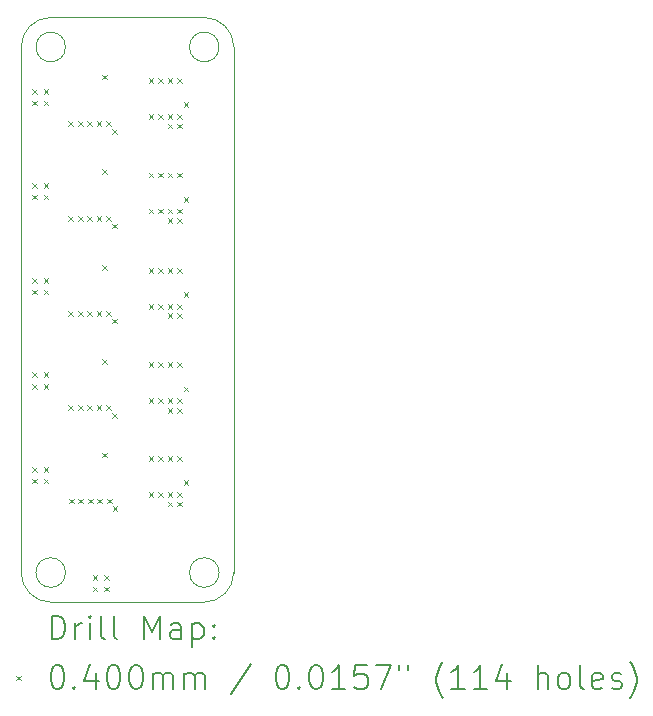
<source format=gbr>
%TF.GenerationSoftware,KiCad,Pcbnew,8.99.0-unknown-3024a7c569~178~ubuntu22.04.1*%
%TF.CreationDate,2024-05-15T11:10:48+10:00*%
%TF.ProjectId,PSU-Plus,5053552d-506c-4757-932e-6b696361645f,rev?*%
%TF.SameCoordinates,Original*%
%TF.FileFunction,Drillmap*%
%TF.FilePolarity,Positive*%
%FSLAX45Y45*%
G04 Gerber Fmt 4.5, Leading zero omitted, Abs format (unit mm)*
G04 Created by KiCad (PCBNEW 8.99.0-unknown-3024a7c569~178~ubuntu22.04.1) date 2024-05-15 11:10:48*
%MOMM*%
%LPD*%
G01*
G04 APERTURE LIST*
%ADD10C,0.050000*%
%ADD11C,0.200000*%
%ADD12C,0.100000*%
G04 APERTURE END LIST*
D10*
X16745000Y-14995000D02*
X18045000Y-14995000D01*
X18295000Y-14745000D02*
X18295000Y-10295000D01*
X18045000Y-10045000D02*
X16745000Y-10045000D01*
X16495000Y-10295000D02*
X16495000Y-14745000D01*
X16870000Y-14745000D02*
G75*
G02*
X16620000Y-14745000I-125000J0D01*
G01*
X16620000Y-14745000D02*
G75*
G02*
X16870000Y-14745000I125000J0D01*
G01*
X16745000Y-14995000D02*
G75*
G02*
X16495000Y-14745000I0J250000D01*
G01*
X18170000Y-10295000D02*
G75*
G02*
X17920000Y-10295000I-125000J0D01*
G01*
X17920000Y-10295000D02*
G75*
G02*
X18170000Y-10295000I125000J0D01*
G01*
X18170000Y-14745000D02*
G75*
G02*
X17920000Y-14745000I-125000J0D01*
G01*
X17920000Y-14745000D02*
G75*
G02*
X18170000Y-14745000I125000J0D01*
G01*
X16870000Y-10295000D02*
G75*
G02*
X16620000Y-10295000I-125000J0D01*
G01*
X16620000Y-10295000D02*
G75*
G02*
X16870000Y-10295000I125000J0D01*
G01*
X18295000Y-14745000D02*
G75*
G02*
X18045000Y-14995000I-250000J0D01*
G01*
X16494950Y-10295000D02*
G75*
G02*
X16745000Y-10044950I250050J0D01*
G01*
X18045000Y-10045000D02*
G75*
G02*
X18295000Y-10295000I0J-250000D01*
G01*
D11*
D12*
X16585000Y-10650000D02*
X16625000Y-10690000D01*
X16625000Y-10650000D02*
X16585000Y-10690000D01*
X16585000Y-10750000D02*
X16625000Y-10790000D01*
X16625000Y-10750000D02*
X16585000Y-10790000D01*
X16585000Y-11445000D02*
X16625000Y-11485000D01*
X16625000Y-11445000D02*
X16585000Y-11485000D01*
X16585000Y-11545000D02*
X16625000Y-11585000D01*
X16625000Y-11545000D02*
X16585000Y-11585000D01*
X16585000Y-12250000D02*
X16625000Y-12290000D01*
X16625000Y-12250000D02*
X16585000Y-12290000D01*
X16585000Y-12350000D02*
X16625000Y-12390000D01*
X16625000Y-12350000D02*
X16585000Y-12390000D01*
X16585000Y-13050000D02*
X16625000Y-13090000D01*
X16625000Y-13050000D02*
X16585000Y-13090000D01*
X16585000Y-13150000D02*
X16625000Y-13190000D01*
X16625000Y-13150000D02*
X16585000Y-13190000D01*
X16585000Y-13850000D02*
X16625000Y-13890000D01*
X16625000Y-13850000D02*
X16585000Y-13890000D01*
X16585000Y-13950000D02*
X16625000Y-13990000D01*
X16625000Y-13950000D02*
X16585000Y-13990000D01*
X16685000Y-10650000D02*
X16725000Y-10690000D01*
X16725000Y-10650000D02*
X16685000Y-10690000D01*
X16685000Y-10750000D02*
X16725000Y-10790000D01*
X16725000Y-10750000D02*
X16685000Y-10790000D01*
X16685000Y-11445000D02*
X16725000Y-11485000D01*
X16725000Y-11445000D02*
X16685000Y-11485000D01*
X16685000Y-11545000D02*
X16725000Y-11585000D01*
X16725000Y-11545000D02*
X16685000Y-11585000D01*
X16685000Y-12250000D02*
X16725000Y-12290000D01*
X16725000Y-12250000D02*
X16685000Y-12290000D01*
X16685000Y-12350000D02*
X16725000Y-12390000D01*
X16725000Y-12350000D02*
X16685000Y-12390000D01*
X16685000Y-13050000D02*
X16725000Y-13090000D01*
X16725000Y-13050000D02*
X16685000Y-13090000D01*
X16685000Y-13150000D02*
X16725000Y-13190000D01*
X16725000Y-13150000D02*
X16685000Y-13190000D01*
X16685000Y-13850000D02*
X16725000Y-13890000D01*
X16725000Y-13850000D02*
X16685000Y-13890000D01*
X16685000Y-13950000D02*
X16725000Y-13990000D01*
X16725000Y-13950000D02*
X16685000Y-13990000D01*
X16895000Y-10925000D02*
X16935000Y-10965000D01*
X16935000Y-10925000D02*
X16895000Y-10965000D01*
X16895000Y-11725000D02*
X16935000Y-11765000D01*
X16935000Y-11725000D02*
X16895000Y-11765000D01*
X16895000Y-12530000D02*
X16935000Y-12570000D01*
X16935000Y-12530000D02*
X16895000Y-12570000D01*
X16895000Y-13330000D02*
X16935000Y-13370000D01*
X16935000Y-13330000D02*
X16895000Y-13370000D01*
X16900000Y-14120000D02*
X16940000Y-14160000D01*
X16940000Y-14120000D02*
X16900000Y-14160000D01*
X16975000Y-10925000D02*
X17015000Y-10965000D01*
X17015000Y-10925000D02*
X16975000Y-10965000D01*
X16975000Y-11725000D02*
X17015000Y-11765000D01*
X17015000Y-11725000D02*
X16975000Y-11765000D01*
X16975000Y-12530000D02*
X17015000Y-12570000D01*
X17015000Y-12530000D02*
X16975000Y-12570000D01*
X16975000Y-13330000D02*
X17015000Y-13370000D01*
X17015000Y-13330000D02*
X16975000Y-13370000D01*
X16980000Y-14120000D02*
X17020000Y-14160000D01*
X17020000Y-14120000D02*
X16980000Y-14160000D01*
X17055000Y-10925000D02*
X17095000Y-10965000D01*
X17095000Y-10925000D02*
X17055000Y-10965000D01*
X17055000Y-11725000D02*
X17095000Y-11765000D01*
X17095000Y-11725000D02*
X17055000Y-11765000D01*
X17055000Y-12530000D02*
X17095000Y-12570000D01*
X17095000Y-12530000D02*
X17055000Y-12570000D01*
X17055000Y-13330000D02*
X17095000Y-13370000D01*
X17095000Y-13330000D02*
X17055000Y-13370000D01*
X17060000Y-14120000D02*
X17100000Y-14160000D01*
X17100000Y-14120000D02*
X17060000Y-14160000D01*
X17100000Y-14765000D02*
X17140000Y-14805000D01*
X17140000Y-14765000D02*
X17100000Y-14805000D01*
X17100000Y-14865000D02*
X17140000Y-14905000D01*
X17140000Y-14865000D02*
X17100000Y-14905000D01*
X17135000Y-10925000D02*
X17175000Y-10965000D01*
X17175000Y-10925000D02*
X17135000Y-10965000D01*
X17135000Y-11725000D02*
X17175000Y-11765000D01*
X17175000Y-11725000D02*
X17135000Y-11765000D01*
X17135000Y-12530000D02*
X17175000Y-12570000D01*
X17175000Y-12530000D02*
X17135000Y-12570000D01*
X17135000Y-13330000D02*
X17175000Y-13370000D01*
X17175000Y-13330000D02*
X17135000Y-13370000D01*
X17140000Y-14120000D02*
X17180000Y-14160000D01*
X17180000Y-14120000D02*
X17140000Y-14160000D01*
X17180000Y-10530000D02*
X17220000Y-10570000D01*
X17220000Y-10530000D02*
X17180000Y-10570000D01*
X17180000Y-11330000D02*
X17220000Y-11370000D01*
X17220000Y-11330000D02*
X17180000Y-11370000D01*
X17180000Y-12140000D02*
X17220000Y-12180000D01*
X17220000Y-12140000D02*
X17180000Y-12180000D01*
X17180000Y-12940000D02*
X17220000Y-12980000D01*
X17220000Y-12940000D02*
X17180000Y-12980000D01*
X17180000Y-13730000D02*
X17220000Y-13770000D01*
X17220000Y-13730000D02*
X17180000Y-13770000D01*
X17200000Y-14765000D02*
X17240000Y-14805000D01*
X17240000Y-14765000D02*
X17200000Y-14805000D01*
X17200000Y-14865000D02*
X17240000Y-14905000D01*
X17240000Y-14865000D02*
X17200000Y-14905000D01*
X17215000Y-10925000D02*
X17255000Y-10965000D01*
X17255000Y-10925000D02*
X17215000Y-10965000D01*
X17215000Y-11725000D02*
X17255000Y-11765000D01*
X17255000Y-11725000D02*
X17215000Y-11765000D01*
X17215000Y-12530000D02*
X17255000Y-12570000D01*
X17255000Y-12530000D02*
X17215000Y-12570000D01*
X17215000Y-13330000D02*
X17255000Y-13370000D01*
X17255000Y-13330000D02*
X17215000Y-13370000D01*
X17220000Y-14120000D02*
X17260000Y-14160000D01*
X17260000Y-14120000D02*
X17220000Y-14160000D01*
X17265000Y-10990000D02*
X17305000Y-11030000D01*
X17305000Y-10990000D02*
X17265000Y-11030000D01*
X17265000Y-11790000D02*
X17305000Y-11830000D01*
X17305000Y-11790000D02*
X17265000Y-11830000D01*
X17265000Y-12595000D02*
X17305000Y-12635000D01*
X17305000Y-12595000D02*
X17265000Y-12635000D01*
X17265000Y-13395000D02*
X17305000Y-13435000D01*
X17305000Y-13395000D02*
X17265000Y-13435000D01*
X17270000Y-14185000D02*
X17310000Y-14225000D01*
X17310000Y-14185000D02*
X17270000Y-14225000D01*
X17575000Y-10560000D02*
X17615000Y-10600000D01*
X17615000Y-10560000D02*
X17575000Y-10600000D01*
X17575000Y-10865000D02*
X17615000Y-10905000D01*
X17615000Y-10865000D02*
X17575000Y-10905000D01*
X17575000Y-11360000D02*
X17615000Y-11400000D01*
X17615000Y-11360000D02*
X17575000Y-11400000D01*
X17575000Y-11665000D02*
X17615000Y-11705000D01*
X17615000Y-11665000D02*
X17575000Y-11705000D01*
X17575000Y-12165000D02*
X17615000Y-12205000D01*
X17615000Y-12165000D02*
X17575000Y-12205000D01*
X17575000Y-12470000D02*
X17615000Y-12510000D01*
X17615000Y-12470000D02*
X17575000Y-12510000D01*
X17575000Y-12965000D02*
X17615000Y-13005000D01*
X17615000Y-12965000D02*
X17575000Y-13005000D01*
X17575000Y-13270000D02*
X17615000Y-13310000D01*
X17615000Y-13270000D02*
X17575000Y-13310000D01*
X17575000Y-13760000D02*
X17615000Y-13800000D01*
X17615000Y-13760000D02*
X17575000Y-13800000D01*
X17575000Y-14065000D02*
X17615000Y-14105000D01*
X17615000Y-14065000D02*
X17575000Y-14105000D01*
X17655000Y-10560000D02*
X17695000Y-10600000D01*
X17695000Y-10560000D02*
X17655000Y-10600000D01*
X17655000Y-10865000D02*
X17695000Y-10905000D01*
X17695000Y-10865000D02*
X17655000Y-10905000D01*
X17655000Y-11360000D02*
X17695000Y-11400000D01*
X17695000Y-11360000D02*
X17655000Y-11400000D01*
X17655000Y-11665000D02*
X17695000Y-11705000D01*
X17695000Y-11665000D02*
X17655000Y-11705000D01*
X17655000Y-12165000D02*
X17695000Y-12205000D01*
X17695000Y-12165000D02*
X17655000Y-12205000D01*
X17655000Y-12470000D02*
X17695000Y-12510000D01*
X17695000Y-12470000D02*
X17655000Y-12510000D01*
X17655000Y-12965000D02*
X17695000Y-13005000D01*
X17695000Y-12965000D02*
X17655000Y-13005000D01*
X17655000Y-13270000D02*
X17695000Y-13310000D01*
X17695000Y-13270000D02*
X17655000Y-13310000D01*
X17655000Y-13760000D02*
X17695000Y-13800000D01*
X17695000Y-13760000D02*
X17655000Y-13800000D01*
X17655000Y-14065000D02*
X17695000Y-14105000D01*
X17695000Y-14065000D02*
X17655000Y-14105000D01*
X17735000Y-10560000D02*
X17775000Y-10600000D01*
X17775000Y-10560000D02*
X17735000Y-10600000D01*
X17735000Y-10865000D02*
X17775000Y-10905000D01*
X17775000Y-10865000D02*
X17735000Y-10905000D01*
X17735000Y-10945000D02*
X17775000Y-10985000D01*
X17775000Y-10945000D02*
X17735000Y-10985000D01*
X17735000Y-11360000D02*
X17775000Y-11400000D01*
X17775000Y-11360000D02*
X17735000Y-11400000D01*
X17735000Y-11665000D02*
X17775000Y-11705000D01*
X17775000Y-11665000D02*
X17735000Y-11705000D01*
X17735000Y-11745000D02*
X17775000Y-11785000D01*
X17775000Y-11745000D02*
X17735000Y-11785000D01*
X17735000Y-12165000D02*
X17775000Y-12205000D01*
X17775000Y-12165000D02*
X17735000Y-12205000D01*
X17735000Y-12470000D02*
X17775000Y-12510000D01*
X17775000Y-12470000D02*
X17735000Y-12510000D01*
X17735000Y-12550000D02*
X17775000Y-12590000D01*
X17775000Y-12550000D02*
X17735000Y-12590000D01*
X17735000Y-12965000D02*
X17775000Y-13005000D01*
X17775000Y-12965000D02*
X17735000Y-13005000D01*
X17735000Y-13270000D02*
X17775000Y-13310000D01*
X17775000Y-13270000D02*
X17735000Y-13310000D01*
X17735000Y-13350000D02*
X17775000Y-13390000D01*
X17775000Y-13350000D02*
X17735000Y-13390000D01*
X17735000Y-13760000D02*
X17775000Y-13800000D01*
X17775000Y-13760000D02*
X17735000Y-13800000D01*
X17735000Y-14065000D02*
X17775000Y-14105000D01*
X17775000Y-14065000D02*
X17735000Y-14105000D01*
X17735000Y-14145000D02*
X17775000Y-14185000D01*
X17775000Y-14145000D02*
X17735000Y-14185000D01*
X17815000Y-10560000D02*
X17855000Y-10600000D01*
X17855000Y-10560000D02*
X17815000Y-10600000D01*
X17815000Y-10865000D02*
X17855000Y-10905000D01*
X17855000Y-10865000D02*
X17815000Y-10905000D01*
X17815000Y-10945000D02*
X17855000Y-10985000D01*
X17855000Y-10945000D02*
X17815000Y-10985000D01*
X17815000Y-11360000D02*
X17855000Y-11400000D01*
X17855000Y-11360000D02*
X17815000Y-11400000D01*
X17815000Y-11665000D02*
X17855000Y-11705000D01*
X17855000Y-11665000D02*
X17815000Y-11705000D01*
X17815000Y-11745000D02*
X17855000Y-11785000D01*
X17855000Y-11745000D02*
X17815000Y-11785000D01*
X17815000Y-12165000D02*
X17855000Y-12205000D01*
X17855000Y-12165000D02*
X17815000Y-12205000D01*
X17815000Y-12470000D02*
X17855000Y-12510000D01*
X17855000Y-12470000D02*
X17815000Y-12510000D01*
X17815000Y-12550000D02*
X17855000Y-12590000D01*
X17855000Y-12550000D02*
X17815000Y-12590000D01*
X17815000Y-12965000D02*
X17855000Y-13005000D01*
X17855000Y-12965000D02*
X17815000Y-13005000D01*
X17815000Y-13270000D02*
X17855000Y-13310000D01*
X17855000Y-13270000D02*
X17815000Y-13310000D01*
X17815000Y-13350000D02*
X17855000Y-13390000D01*
X17855000Y-13350000D02*
X17815000Y-13390000D01*
X17815000Y-13760000D02*
X17855000Y-13800000D01*
X17855000Y-13760000D02*
X17815000Y-13800000D01*
X17815000Y-14065000D02*
X17855000Y-14105000D01*
X17855000Y-14065000D02*
X17815000Y-14105000D01*
X17815000Y-14145000D02*
X17855000Y-14185000D01*
X17855000Y-14145000D02*
X17815000Y-14185000D01*
X17870000Y-10765000D02*
X17910000Y-10805000D01*
X17910000Y-10765000D02*
X17870000Y-10805000D01*
X17870000Y-11565000D02*
X17910000Y-11605000D01*
X17910000Y-11565000D02*
X17870000Y-11605000D01*
X17870000Y-12370000D02*
X17910000Y-12410000D01*
X17910000Y-12370000D02*
X17870000Y-12410000D01*
X17870000Y-13170000D02*
X17910000Y-13210000D01*
X17910000Y-13170000D02*
X17870000Y-13210000D01*
X17870000Y-13965000D02*
X17910000Y-14005000D01*
X17910000Y-13965000D02*
X17870000Y-14005000D01*
D11*
X16753227Y-15308984D02*
X16753227Y-15108984D01*
X16753227Y-15108984D02*
X16800846Y-15108984D01*
X16800846Y-15108984D02*
X16829417Y-15118508D01*
X16829417Y-15118508D02*
X16848465Y-15137555D01*
X16848465Y-15137555D02*
X16857989Y-15156603D01*
X16857989Y-15156603D02*
X16867513Y-15194698D01*
X16867513Y-15194698D02*
X16867513Y-15223269D01*
X16867513Y-15223269D02*
X16857989Y-15261365D01*
X16857989Y-15261365D02*
X16848465Y-15280412D01*
X16848465Y-15280412D02*
X16829417Y-15299460D01*
X16829417Y-15299460D02*
X16800846Y-15308984D01*
X16800846Y-15308984D02*
X16753227Y-15308984D01*
X16953227Y-15308984D02*
X16953227Y-15175650D01*
X16953227Y-15213746D02*
X16962751Y-15194698D01*
X16962751Y-15194698D02*
X16972275Y-15185174D01*
X16972275Y-15185174D02*
X16991322Y-15175650D01*
X16991322Y-15175650D02*
X17010370Y-15175650D01*
X17077036Y-15308984D02*
X17077036Y-15175650D01*
X17077036Y-15108984D02*
X17067513Y-15118508D01*
X17067513Y-15118508D02*
X17077036Y-15128031D01*
X17077036Y-15128031D02*
X17086560Y-15118508D01*
X17086560Y-15118508D02*
X17077036Y-15108984D01*
X17077036Y-15108984D02*
X17077036Y-15128031D01*
X17200846Y-15308984D02*
X17181798Y-15299460D01*
X17181798Y-15299460D02*
X17172275Y-15280412D01*
X17172275Y-15280412D02*
X17172275Y-15108984D01*
X17305608Y-15308984D02*
X17286560Y-15299460D01*
X17286560Y-15299460D02*
X17277036Y-15280412D01*
X17277036Y-15280412D02*
X17277036Y-15108984D01*
X17534179Y-15308984D02*
X17534179Y-15108984D01*
X17534179Y-15108984D02*
X17600846Y-15251841D01*
X17600846Y-15251841D02*
X17667513Y-15108984D01*
X17667513Y-15108984D02*
X17667513Y-15308984D01*
X17848465Y-15308984D02*
X17848465Y-15204222D01*
X17848465Y-15204222D02*
X17838941Y-15185174D01*
X17838941Y-15185174D02*
X17819894Y-15175650D01*
X17819894Y-15175650D02*
X17781798Y-15175650D01*
X17781798Y-15175650D02*
X17762751Y-15185174D01*
X17848465Y-15299460D02*
X17829417Y-15308984D01*
X17829417Y-15308984D02*
X17781798Y-15308984D01*
X17781798Y-15308984D02*
X17762751Y-15299460D01*
X17762751Y-15299460D02*
X17753227Y-15280412D01*
X17753227Y-15280412D02*
X17753227Y-15261365D01*
X17753227Y-15261365D02*
X17762751Y-15242317D01*
X17762751Y-15242317D02*
X17781798Y-15232793D01*
X17781798Y-15232793D02*
X17829417Y-15232793D01*
X17829417Y-15232793D02*
X17848465Y-15223269D01*
X17943703Y-15175650D02*
X17943703Y-15375650D01*
X17943703Y-15185174D02*
X17962751Y-15175650D01*
X17962751Y-15175650D02*
X18000846Y-15175650D01*
X18000846Y-15175650D02*
X18019894Y-15185174D01*
X18019894Y-15185174D02*
X18029417Y-15194698D01*
X18029417Y-15194698D02*
X18038941Y-15213746D01*
X18038941Y-15213746D02*
X18038941Y-15270888D01*
X18038941Y-15270888D02*
X18029417Y-15289936D01*
X18029417Y-15289936D02*
X18019894Y-15299460D01*
X18019894Y-15299460D02*
X18000846Y-15308984D01*
X18000846Y-15308984D02*
X17962751Y-15308984D01*
X17962751Y-15308984D02*
X17943703Y-15299460D01*
X18124656Y-15289936D02*
X18134179Y-15299460D01*
X18134179Y-15299460D02*
X18124656Y-15308984D01*
X18124656Y-15308984D02*
X18115132Y-15299460D01*
X18115132Y-15299460D02*
X18124656Y-15289936D01*
X18124656Y-15289936D02*
X18124656Y-15308984D01*
X18124656Y-15185174D02*
X18134179Y-15194698D01*
X18134179Y-15194698D02*
X18124656Y-15204222D01*
X18124656Y-15204222D02*
X18115132Y-15194698D01*
X18115132Y-15194698D02*
X18124656Y-15185174D01*
X18124656Y-15185174D02*
X18124656Y-15204222D01*
D12*
X16452450Y-15617500D02*
X16492450Y-15657500D01*
X16492450Y-15617500D02*
X16452450Y-15657500D01*
D11*
X16791322Y-15528984D02*
X16810370Y-15528984D01*
X16810370Y-15528984D02*
X16829417Y-15538508D01*
X16829417Y-15538508D02*
X16838941Y-15548031D01*
X16838941Y-15548031D02*
X16848465Y-15567079D01*
X16848465Y-15567079D02*
X16857989Y-15605174D01*
X16857989Y-15605174D02*
X16857989Y-15652793D01*
X16857989Y-15652793D02*
X16848465Y-15690888D01*
X16848465Y-15690888D02*
X16838941Y-15709936D01*
X16838941Y-15709936D02*
X16829417Y-15719460D01*
X16829417Y-15719460D02*
X16810370Y-15728984D01*
X16810370Y-15728984D02*
X16791322Y-15728984D01*
X16791322Y-15728984D02*
X16772274Y-15719460D01*
X16772274Y-15719460D02*
X16762751Y-15709936D01*
X16762751Y-15709936D02*
X16753227Y-15690888D01*
X16753227Y-15690888D02*
X16743703Y-15652793D01*
X16743703Y-15652793D02*
X16743703Y-15605174D01*
X16743703Y-15605174D02*
X16753227Y-15567079D01*
X16753227Y-15567079D02*
X16762751Y-15548031D01*
X16762751Y-15548031D02*
X16772274Y-15538508D01*
X16772274Y-15538508D02*
X16791322Y-15528984D01*
X16943703Y-15709936D02*
X16953227Y-15719460D01*
X16953227Y-15719460D02*
X16943703Y-15728984D01*
X16943703Y-15728984D02*
X16934179Y-15719460D01*
X16934179Y-15719460D02*
X16943703Y-15709936D01*
X16943703Y-15709936D02*
X16943703Y-15728984D01*
X17124656Y-15595650D02*
X17124656Y-15728984D01*
X17077036Y-15519460D02*
X17029417Y-15662317D01*
X17029417Y-15662317D02*
X17153227Y-15662317D01*
X17267513Y-15528984D02*
X17286560Y-15528984D01*
X17286560Y-15528984D02*
X17305608Y-15538508D01*
X17305608Y-15538508D02*
X17315132Y-15548031D01*
X17315132Y-15548031D02*
X17324656Y-15567079D01*
X17324656Y-15567079D02*
X17334179Y-15605174D01*
X17334179Y-15605174D02*
X17334179Y-15652793D01*
X17334179Y-15652793D02*
X17324656Y-15690888D01*
X17324656Y-15690888D02*
X17315132Y-15709936D01*
X17315132Y-15709936D02*
X17305608Y-15719460D01*
X17305608Y-15719460D02*
X17286560Y-15728984D01*
X17286560Y-15728984D02*
X17267513Y-15728984D01*
X17267513Y-15728984D02*
X17248465Y-15719460D01*
X17248465Y-15719460D02*
X17238941Y-15709936D01*
X17238941Y-15709936D02*
X17229417Y-15690888D01*
X17229417Y-15690888D02*
X17219894Y-15652793D01*
X17219894Y-15652793D02*
X17219894Y-15605174D01*
X17219894Y-15605174D02*
X17229417Y-15567079D01*
X17229417Y-15567079D02*
X17238941Y-15548031D01*
X17238941Y-15548031D02*
X17248465Y-15538508D01*
X17248465Y-15538508D02*
X17267513Y-15528984D01*
X17457989Y-15528984D02*
X17477037Y-15528984D01*
X17477037Y-15528984D02*
X17496084Y-15538508D01*
X17496084Y-15538508D02*
X17505608Y-15548031D01*
X17505608Y-15548031D02*
X17515132Y-15567079D01*
X17515132Y-15567079D02*
X17524656Y-15605174D01*
X17524656Y-15605174D02*
X17524656Y-15652793D01*
X17524656Y-15652793D02*
X17515132Y-15690888D01*
X17515132Y-15690888D02*
X17505608Y-15709936D01*
X17505608Y-15709936D02*
X17496084Y-15719460D01*
X17496084Y-15719460D02*
X17477037Y-15728984D01*
X17477037Y-15728984D02*
X17457989Y-15728984D01*
X17457989Y-15728984D02*
X17438941Y-15719460D01*
X17438941Y-15719460D02*
X17429417Y-15709936D01*
X17429417Y-15709936D02*
X17419894Y-15690888D01*
X17419894Y-15690888D02*
X17410370Y-15652793D01*
X17410370Y-15652793D02*
X17410370Y-15605174D01*
X17410370Y-15605174D02*
X17419894Y-15567079D01*
X17419894Y-15567079D02*
X17429417Y-15548031D01*
X17429417Y-15548031D02*
X17438941Y-15538508D01*
X17438941Y-15538508D02*
X17457989Y-15528984D01*
X17610370Y-15728984D02*
X17610370Y-15595650D01*
X17610370Y-15614698D02*
X17619894Y-15605174D01*
X17619894Y-15605174D02*
X17638941Y-15595650D01*
X17638941Y-15595650D02*
X17667513Y-15595650D01*
X17667513Y-15595650D02*
X17686560Y-15605174D01*
X17686560Y-15605174D02*
X17696084Y-15624222D01*
X17696084Y-15624222D02*
X17696084Y-15728984D01*
X17696084Y-15624222D02*
X17705608Y-15605174D01*
X17705608Y-15605174D02*
X17724656Y-15595650D01*
X17724656Y-15595650D02*
X17753227Y-15595650D01*
X17753227Y-15595650D02*
X17772275Y-15605174D01*
X17772275Y-15605174D02*
X17781798Y-15624222D01*
X17781798Y-15624222D02*
X17781798Y-15728984D01*
X17877037Y-15728984D02*
X17877037Y-15595650D01*
X17877037Y-15614698D02*
X17886560Y-15605174D01*
X17886560Y-15605174D02*
X17905608Y-15595650D01*
X17905608Y-15595650D02*
X17934179Y-15595650D01*
X17934179Y-15595650D02*
X17953227Y-15605174D01*
X17953227Y-15605174D02*
X17962751Y-15624222D01*
X17962751Y-15624222D02*
X17962751Y-15728984D01*
X17962751Y-15624222D02*
X17972275Y-15605174D01*
X17972275Y-15605174D02*
X17991322Y-15595650D01*
X17991322Y-15595650D02*
X18019894Y-15595650D01*
X18019894Y-15595650D02*
X18038941Y-15605174D01*
X18038941Y-15605174D02*
X18048465Y-15624222D01*
X18048465Y-15624222D02*
X18048465Y-15728984D01*
X18438941Y-15519460D02*
X18267513Y-15776603D01*
X18696084Y-15528984D02*
X18715132Y-15528984D01*
X18715132Y-15528984D02*
X18734180Y-15538508D01*
X18734180Y-15538508D02*
X18743703Y-15548031D01*
X18743703Y-15548031D02*
X18753227Y-15567079D01*
X18753227Y-15567079D02*
X18762751Y-15605174D01*
X18762751Y-15605174D02*
X18762751Y-15652793D01*
X18762751Y-15652793D02*
X18753227Y-15690888D01*
X18753227Y-15690888D02*
X18743703Y-15709936D01*
X18743703Y-15709936D02*
X18734180Y-15719460D01*
X18734180Y-15719460D02*
X18715132Y-15728984D01*
X18715132Y-15728984D02*
X18696084Y-15728984D01*
X18696084Y-15728984D02*
X18677037Y-15719460D01*
X18677037Y-15719460D02*
X18667513Y-15709936D01*
X18667513Y-15709936D02*
X18657989Y-15690888D01*
X18657989Y-15690888D02*
X18648465Y-15652793D01*
X18648465Y-15652793D02*
X18648465Y-15605174D01*
X18648465Y-15605174D02*
X18657989Y-15567079D01*
X18657989Y-15567079D02*
X18667513Y-15548031D01*
X18667513Y-15548031D02*
X18677037Y-15538508D01*
X18677037Y-15538508D02*
X18696084Y-15528984D01*
X18848465Y-15709936D02*
X18857989Y-15719460D01*
X18857989Y-15719460D02*
X18848465Y-15728984D01*
X18848465Y-15728984D02*
X18838941Y-15719460D01*
X18838941Y-15719460D02*
X18848465Y-15709936D01*
X18848465Y-15709936D02*
X18848465Y-15728984D01*
X18981799Y-15528984D02*
X19000846Y-15528984D01*
X19000846Y-15528984D02*
X19019894Y-15538508D01*
X19019894Y-15538508D02*
X19029418Y-15548031D01*
X19029418Y-15548031D02*
X19038941Y-15567079D01*
X19038941Y-15567079D02*
X19048465Y-15605174D01*
X19048465Y-15605174D02*
X19048465Y-15652793D01*
X19048465Y-15652793D02*
X19038941Y-15690888D01*
X19038941Y-15690888D02*
X19029418Y-15709936D01*
X19029418Y-15709936D02*
X19019894Y-15719460D01*
X19019894Y-15719460D02*
X19000846Y-15728984D01*
X19000846Y-15728984D02*
X18981799Y-15728984D01*
X18981799Y-15728984D02*
X18962751Y-15719460D01*
X18962751Y-15719460D02*
X18953227Y-15709936D01*
X18953227Y-15709936D02*
X18943703Y-15690888D01*
X18943703Y-15690888D02*
X18934180Y-15652793D01*
X18934180Y-15652793D02*
X18934180Y-15605174D01*
X18934180Y-15605174D02*
X18943703Y-15567079D01*
X18943703Y-15567079D02*
X18953227Y-15548031D01*
X18953227Y-15548031D02*
X18962751Y-15538508D01*
X18962751Y-15538508D02*
X18981799Y-15528984D01*
X19238941Y-15728984D02*
X19124656Y-15728984D01*
X19181799Y-15728984D02*
X19181799Y-15528984D01*
X19181799Y-15528984D02*
X19162751Y-15557555D01*
X19162751Y-15557555D02*
X19143703Y-15576603D01*
X19143703Y-15576603D02*
X19124656Y-15586127D01*
X19419894Y-15528984D02*
X19324656Y-15528984D01*
X19324656Y-15528984D02*
X19315132Y-15624222D01*
X19315132Y-15624222D02*
X19324656Y-15614698D01*
X19324656Y-15614698D02*
X19343703Y-15605174D01*
X19343703Y-15605174D02*
X19391322Y-15605174D01*
X19391322Y-15605174D02*
X19410370Y-15614698D01*
X19410370Y-15614698D02*
X19419894Y-15624222D01*
X19419894Y-15624222D02*
X19429418Y-15643269D01*
X19429418Y-15643269D02*
X19429418Y-15690888D01*
X19429418Y-15690888D02*
X19419894Y-15709936D01*
X19419894Y-15709936D02*
X19410370Y-15719460D01*
X19410370Y-15719460D02*
X19391322Y-15728984D01*
X19391322Y-15728984D02*
X19343703Y-15728984D01*
X19343703Y-15728984D02*
X19324656Y-15719460D01*
X19324656Y-15719460D02*
X19315132Y-15709936D01*
X19496084Y-15528984D02*
X19629418Y-15528984D01*
X19629418Y-15528984D02*
X19543703Y-15728984D01*
X19696084Y-15528984D02*
X19696084Y-15567079D01*
X19772275Y-15528984D02*
X19772275Y-15567079D01*
X20067513Y-15805174D02*
X20057989Y-15795650D01*
X20057989Y-15795650D02*
X20038942Y-15767079D01*
X20038942Y-15767079D02*
X20029418Y-15748031D01*
X20029418Y-15748031D02*
X20019894Y-15719460D01*
X20019894Y-15719460D02*
X20010370Y-15671841D01*
X20010370Y-15671841D02*
X20010370Y-15633746D01*
X20010370Y-15633746D02*
X20019894Y-15586127D01*
X20019894Y-15586127D02*
X20029418Y-15557555D01*
X20029418Y-15557555D02*
X20038942Y-15538508D01*
X20038942Y-15538508D02*
X20057989Y-15509936D01*
X20057989Y-15509936D02*
X20067513Y-15500412D01*
X20248465Y-15728984D02*
X20134180Y-15728984D01*
X20191322Y-15728984D02*
X20191322Y-15528984D01*
X20191322Y-15528984D02*
X20172275Y-15557555D01*
X20172275Y-15557555D02*
X20153227Y-15576603D01*
X20153227Y-15576603D02*
X20134180Y-15586127D01*
X20438942Y-15728984D02*
X20324656Y-15728984D01*
X20381799Y-15728984D02*
X20381799Y-15528984D01*
X20381799Y-15528984D02*
X20362751Y-15557555D01*
X20362751Y-15557555D02*
X20343703Y-15576603D01*
X20343703Y-15576603D02*
X20324656Y-15586127D01*
X20610370Y-15595650D02*
X20610370Y-15728984D01*
X20562751Y-15519460D02*
X20515132Y-15662317D01*
X20515132Y-15662317D02*
X20638942Y-15662317D01*
X20867513Y-15728984D02*
X20867513Y-15528984D01*
X20953227Y-15728984D02*
X20953227Y-15624222D01*
X20953227Y-15624222D02*
X20943704Y-15605174D01*
X20943704Y-15605174D02*
X20924656Y-15595650D01*
X20924656Y-15595650D02*
X20896084Y-15595650D01*
X20896084Y-15595650D02*
X20877037Y-15605174D01*
X20877037Y-15605174D02*
X20867513Y-15614698D01*
X21077037Y-15728984D02*
X21057989Y-15719460D01*
X21057989Y-15719460D02*
X21048465Y-15709936D01*
X21048465Y-15709936D02*
X21038942Y-15690888D01*
X21038942Y-15690888D02*
X21038942Y-15633746D01*
X21038942Y-15633746D02*
X21048465Y-15614698D01*
X21048465Y-15614698D02*
X21057989Y-15605174D01*
X21057989Y-15605174D02*
X21077037Y-15595650D01*
X21077037Y-15595650D02*
X21105608Y-15595650D01*
X21105608Y-15595650D02*
X21124656Y-15605174D01*
X21124656Y-15605174D02*
X21134180Y-15614698D01*
X21134180Y-15614698D02*
X21143704Y-15633746D01*
X21143704Y-15633746D02*
X21143704Y-15690888D01*
X21143704Y-15690888D02*
X21134180Y-15709936D01*
X21134180Y-15709936D02*
X21124656Y-15719460D01*
X21124656Y-15719460D02*
X21105608Y-15728984D01*
X21105608Y-15728984D02*
X21077037Y-15728984D01*
X21257989Y-15728984D02*
X21238942Y-15719460D01*
X21238942Y-15719460D02*
X21229418Y-15700412D01*
X21229418Y-15700412D02*
X21229418Y-15528984D01*
X21410370Y-15719460D02*
X21391323Y-15728984D01*
X21391323Y-15728984D02*
X21353227Y-15728984D01*
X21353227Y-15728984D02*
X21334180Y-15719460D01*
X21334180Y-15719460D02*
X21324656Y-15700412D01*
X21324656Y-15700412D02*
X21324656Y-15624222D01*
X21324656Y-15624222D02*
X21334180Y-15605174D01*
X21334180Y-15605174D02*
X21353227Y-15595650D01*
X21353227Y-15595650D02*
X21391323Y-15595650D01*
X21391323Y-15595650D02*
X21410370Y-15605174D01*
X21410370Y-15605174D02*
X21419894Y-15624222D01*
X21419894Y-15624222D02*
X21419894Y-15643269D01*
X21419894Y-15643269D02*
X21324656Y-15662317D01*
X21496085Y-15719460D02*
X21515132Y-15728984D01*
X21515132Y-15728984D02*
X21553227Y-15728984D01*
X21553227Y-15728984D02*
X21572275Y-15719460D01*
X21572275Y-15719460D02*
X21581799Y-15700412D01*
X21581799Y-15700412D02*
X21581799Y-15690888D01*
X21581799Y-15690888D02*
X21572275Y-15671841D01*
X21572275Y-15671841D02*
X21553227Y-15662317D01*
X21553227Y-15662317D02*
X21524656Y-15662317D01*
X21524656Y-15662317D02*
X21505608Y-15652793D01*
X21505608Y-15652793D02*
X21496085Y-15633746D01*
X21496085Y-15633746D02*
X21496085Y-15624222D01*
X21496085Y-15624222D02*
X21505608Y-15605174D01*
X21505608Y-15605174D02*
X21524656Y-15595650D01*
X21524656Y-15595650D02*
X21553227Y-15595650D01*
X21553227Y-15595650D02*
X21572275Y-15605174D01*
X21648466Y-15805174D02*
X21657989Y-15795650D01*
X21657989Y-15795650D02*
X21677037Y-15767079D01*
X21677037Y-15767079D02*
X21686561Y-15748031D01*
X21686561Y-15748031D02*
X21696085Y-15719460D01*
X21696085Y-15719460D02*
X21705608Y-15671841D01*
X21705608Y-15671841D02*
X21705608Y-15633746D01*
X21705608Y-15633746D02*
X21696085Y-15586127D01*
X21696085Y-15586127D02*
X21686561Y-15557555D01*
X21686561Y-15557555D02*
X21677037Y-15538508D01*
X21677037Y-15538508D02*
X21657989Y-15509936D01*
X21657989Y-15509936D02*
X21648466Y-15500412D01*
M02*

</source>
